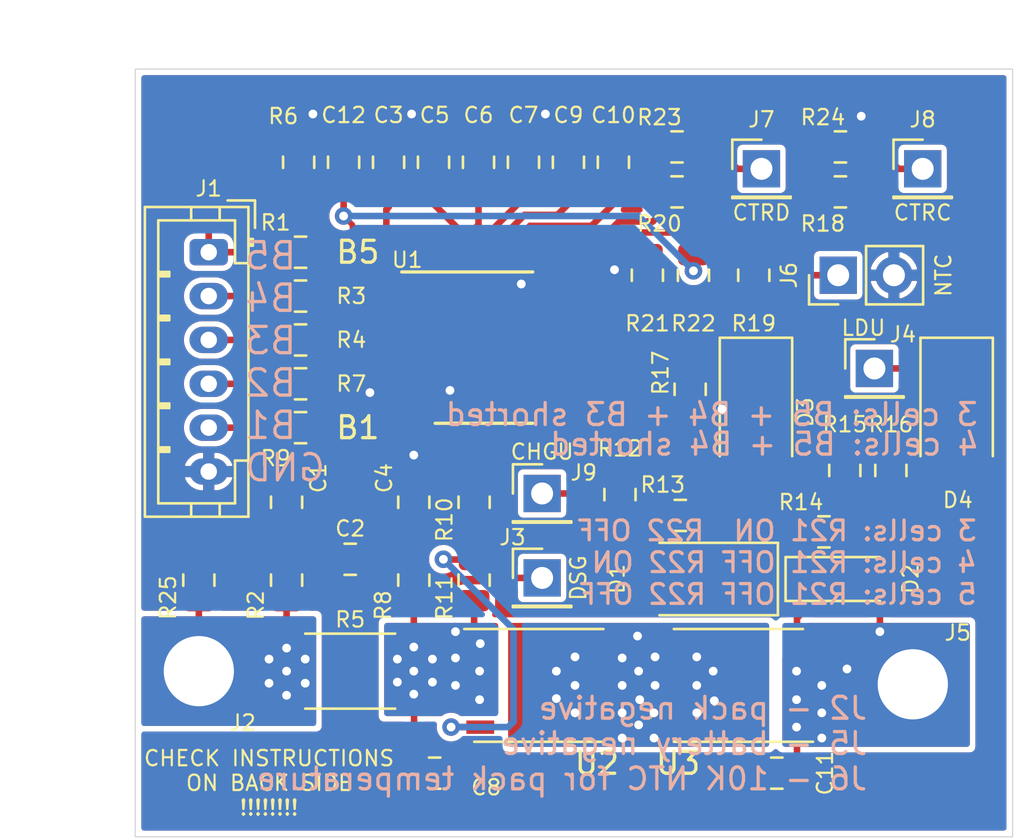
<source format=kicad_pcb>
(kicad_pcb (version 20171130) (host pcbnew 5.1.5+dfsg1-2build2)
  (layers (0 F.Cu signal) (31 B.Cu signal) (36 B.SilkS user) (37 F.SilkS user) (38 B.Mask user) (39 F.Mask user) (44 Edge.Cuts user))
  (net 0 "")
  (net 1 /SRP)
  (net 2 GND)
  (net 3 /SRN)
  (net 4 /VDD)
  (net 5 /VC5)
  (net 6 /VC4)
  (net 7 /VC3)
  (net 8 "Net-(C11-Pad2)")
  (net 9 /VC2)
  (net 10 /VC1)
  (net 11 AVDD)
  (net 12 "Net-(D1-Pad1)")
  (net 13 "Net-(D1-Pad2)")
  (net 14 /LD)
  (net 15 "Net-(D3-Pad2)")
  (net 16 "Net-(D4-Pad2)")
  (net 17 "Net-(D4-Pad1)")
  (net 18 /C5)
  (net 19 /C4)
  (net 20 /C3)
  (net 21 /C2)
  (net 22 /C1)
  (net 23 /DSG)
  (net 24 "Net-(J6-Pad1)")
  (net 25 "Net-(J7-Pad1)")
  (net 26 "Net-(J8-Pad1)")
  (net 27 /CHG)
  (net 28 "Net-(R18-Pad2)")
  (net 29 "Net-(R19-Pad2)")
  (net 30 "Net-(R20-Pad2)")
  (net 31 /CCFG)
  (net 32 /SW_IN)
  (net 33 /B_OUT)
  (net 34 /B_NEG)
  (net 35 /SW_C)
  (net 36 /CHGU)
  (net 37 "Net-(R10-Pad2)")
  (module Package_SO:PowerPAK_SO-8_Single (layer F.Cu) (at 41.7 45.35)
    (fp_text reference U2 (at 2.65 3.55) (layer F.SilkS))
    (fp_text value SIR172ADP-T1-GE3)
    (pad 5 smd rect (at 0.69 0) (size 3.81 3.91) (layers F.Cu F.Paste F.Mask) (net 35 /SW_C))
    (pad 5 smd rect (at 2.795 -1.905) (size 1.02 0.61) (layers F.Cu F.Paste F.Mask) (net 35 /SW_C))
    (pad 5 smd rect (at 2.795 -0.635) (size 1.02 0.61) (layers F.Cu F.Paste F.Mask) (net 35 /SW_C))
    (pad 5 smd rect (at 2.795 0.635) (size 1.02 0.61) (layers F.Cu F.Paste F.Mask) (net 35 /SW_C))
    (pad 5 smd rect (at 2.795 1.905) (size 1.02 0.61) (layers F.Cu F.Paste F.Mask) (net 35 /SW_C))
    (pad 4 smd rect (at -2.67 1.905) (size 1.27 0.61) (layers F.Cu F.Paste F.Mask) (net 37 "Net-(R10-Pad2)"))
    (pad 3 smd rect (at -2.67 0.635) (size 1.27 0.61) (layers F.Cu F.Paste F.Mask) (net 32 /SW_IN))
    (pad 2 smd rect (at -2.67 -0.635) (size 1.27 0.61) (layers F.Cu F.Paste F.Mask) (net 32 /SW_IN))
    (pad 1 smd rect (at -2.67 -1.905) (size 1.27 0.61) (layers F.Cu F.Paste F.Mask) (net 32 /SW_IN))
  )
  (module Package_SO:PowerPAK_SO-8_Single (layer F.Cu) (at 50.8 45.35 180)
    (fp_text reference U3 (at 2.75 -3.55) (layer F.SilkS))
    (fp_text value SIR172ADP-T1-GE3)
    (pad 1 smd rect (at -2.67 -1.905 180) (size 1.27 0.61) (layers F.Cu F.Paste F.Mask) (net 33 /B_OUT))
    (pad 2 smd rect (at -2.67 -0.635 180) (size 1.27 0.61) (layers F.Cu F.Paste F.Mask) (net 33 /B_OUT))
    (pad 3 smd rect (at -2.67 0.635 180) (size 1.27 0.61) (layers F.Cu F.Paste F.Mask) (net 33 /B_OUT))
    (pad 4 smd rect (at -2.67 1.905 180) (size 1.27 0.61) (layers F.Cu F.Paste F.Mask) (net 12 "Net-(D1-Pad1)"))
    (pad 5 smd rect (at 2.795 1.905 180) (size 1.02 0.61) (layers F.Cu F.Paste F.Mask) (net 35 /SW_C))
    (pad 5 smd rect (at 2.795 0.635 180) (size 1.02 0.61) (layers F.Cu F.Paste F.Mask) (net 35 /SW_C))
    (pad 5 smd rect (at 2.795 -0.635 180) (size 1.02 0.61) (layers F.Cu F.Paste F.Mask) (net 35 /SW_C))
    (pad 5 smd rect (at 2.795 -1.905 180) (size 1.02 0.61) (layers F.Cu F.Paste F.Mask) (net 35 /SW_C))
    (pad 5 smd rect (at 0.69 0 180) (size 3.81 3.91) (layers F.Cu F.Paste F.Mask) (net 35 /SW_C))
  )
  (module Diode_SMD:D_SMA (layer F.Cu) (at 51.6 32.9 270)
    (fp_text reference D3 (at 0 -2.25 90) (layer F.SilkS) (effects (font (size 0.7 0.7) (thickness 0.1))))
    (fp_text value S1M-HF)
    (pad 1 smd rect (at -2 0 270) (size 2.5 1.8) (layers F.Cu F.Paste F.Mask) (net 14 /LD))
    (pad 2 smd rect (at 2 0 270) (size 2.5 1.8) (layers F.Cu F.Paste F.Mask) (net 15 "Net-(D3-Pad2)"))
  )
  (module Package_SO:TSSOP-20_4.4x6.5mm_P0.65mm (layer F.Cu) (at 39.2 29.95)
    (fp_text reference U1 (at -3.5 -4) (layer F.SilkS) (effects (font (size 0.7 0.7) (thickness 0.1))))
    (fp_text value BQ7790522PWR)
    (pad 1 smd rect (at -2.95 -2.925) (size 1.45 0.45) (layers F.Cu F.Paste F.Mask) (net 4 /VDD))
    (pad 2 smd rect (at -2.95 -2.275) (size 1.45 0.45) (layers F.Cu F.Paste F.Mask) (net 11 AVDD))
    (pad 3 smd rect (at -2.95 -1.625) (size 1.45 0.45) (layers F.Cu F.Paste F.Mask) (net 5 /VC5))
    (pad 4 smd rect (at -2.95 -0.975) (size 1.45 0.45) (layers F.Cu F.Paste F.Mask) (net 6 /VC4))
    (pad 5 smd rect (at -2.95 -0.325) (size 1.45 0.45) (layers F.Cu F.Paste F.Mask) (net 7 /VC3))
    (pad 6 smd rect (at -2.95 0.325) (size 1.45 0.45) (layers F.Cu F.Paste F.Mask) (net 9 /VC2))
    (pad 7 smd rect (at -2.95 0.975) (size 1.45 0.45) (layers F.Cu F.Paste F.Mask) (net 10 /VC1))
    (pad 8 smd rect (at -2.95 1.625) (size 1.45 0.45) (layers F.Cu F.Paste F.Mask) (net 2 GND))
    (pad 9 smd rect (at -2.95 2.275) (size 1.45 0.45) (layers F.Cu F.Paste F.Mask) (net 1 /SRP))
    (pad 10 smd rect (at -2.95 2.925) (size 1.45 0.45) (layers F.Cu F.Paste F.Mask) (net 3 /SRN))
    (pad 11 smd rect (at 2.95 2.925) (size 1.45 0.45) (layers F.Cu F.Paste F.Mask) (net 23 /DSG))
    (pad 12 smd rect (at 2.95 2.275) (size 1.45 0.45) (layers F.Cu F.Paste F.Mask) (net 36 /CHGU))
    (pad 13 smd rect (at 2.95 1.625) (size 1.45 0.45) (layers F.Cu F.Paste F.Mask) (net 27 /CHG))
    (pad 14 smd rect (at 2.95 0.975) (size 1.45 0.45) (layers F.Cu F.Paste F.Mask) (net 14 /LD))
    (pad 15 smd rect (at 2.95 0.325) (size 1.45 0.45) (layers F.Cu F.Paste F.Mask) (net 24 "Net-(J6-Pad1)"))
    (pad 16 smd rect (at 2.95 -0.325) (size 1.45 0.45) (layers F.Cu F.Paste F.Mask) (net 29 "Net-(R19-Pad2)"))
    (pad 17 smd rect (at 2.95 -0.975) (size 1.45 0.45) (layers F.Cu F.Paste F.Mask) (net 31 /CCFG))
    (pad 18 smd rect (at 2.95 -1.625) (size 1.45 0.45) (layers F.Cu F.Paste F.Mask) (net 28 "Net-(R18-Pad2)"))
    (pad 19 smd rect (at 2.95 -2.275) (size 1.45 0.45) (layers F.Cu F.Paste F.Mask) (net 30 "Net-(R20-Pad2)"))
    (pad 20 smd rect (at 2.95 -2.925) (size 1.45 0.45) (layers F.Cu F.Paste F.Mask) (net 2 GND))
  )
  (module Capacitor_SMD:C_0805_2012Metric (layer F.Cu) (at 30.2 37 270)
    (fp_text reference C1 (at -1.1 -1.45 270) (layer F.SilkS) (effects (font (size 0.7 0.7) (thickness 0.1))))
    (fp_text value 100n)
    (pad 2 smd roundrect (at 0.9375 0 270) (size 0.975 1.4) (layers F.Cu F.Paste F.Mask) (net 1 /SRP))
    (pad 1 smd roundrect (at -0.9375 0 270) (size 0.975 1.4) (layers F.Cu F.Paste F.Mask) (net 2 GND))
  )
  (module Capacitor_SMD:C_0805_2012Metric (layer F.Cu) (at 33.1 39.6 180)
    (fp_text reference C2 (at 0 1.4) (layer F.SilkS) (effects (font (size 0.7 0.7) (thickness 0.1))))
    (fp_text value 100n)
    (pad 1 smd roundrect (at -0.9375 0 180) (size 0.975 1.4) (layers F.Cu F.Paste F.Mask) (net 3 /SRN))
    (pad 2 smd roundrect (at 0.9375 0 180) (size 0.975 1.4) (layers F.Cu F.Paste F.Mask) (net 1 /SRP))
  )
  (module Capacitor_SMD:C_0805_2012Metric (layer F.Cu) (at 34.85 21.5 270)
    (fp_text reference C3 (at -2.15 0 180) (layer F.SilkS) (effects (font (size 0.7 0.7) (thickness 0.1))))
    (fp_text value 1u)
    (pad 2 smd roundrect (at 0.9375 0 270) (size 0.975 1.4) (layers F.Cu F.Paste F.Mask) (net 4 /VDD))
    (pad 1 smd roundrect (at -0.9375 0 270) (size 0.975 1.4) (layers F.Cu F.Paste F.Mask) (net 2 GND))
  )
  (module Capacitor_SMD:C_0805_2012Metric (layer F.Cu) (at 36 37 270)
    (fp_text reference C4 (at -1.1 1.35 90) (layer F.SilkS) (effects (font (size 0.7 0.7) (thickness 0.1))))
    (fp_text value 100n)
    (pad 1 smd roundrect (at -0.9375 0 270) (size 0.975 1.4) (layers F.Cu F.Paste F.Mask) (net 2 GND))
    (pad 2 smd roundrect (at 0.9375 0 270) (size 0.975 1.4) (layers F.Cu F.Paste F.Mask) (net 3 /SRN))
  )
  (module Capacitor_SMD:C_0805_2012Metric (layer F.Cu) (at 36.9 21.5 270)
    (fp_text reference C5 (at -2.15 -0.05 180) (layer F.SilkS) (effects (font (size 0.7 0.7) (thickness 0.1))))
    (fp_text value 100n)
    (pad 2 smd roundrect (at 0.9375 0 270) (size 0.975 1.4) (layers F.Cu F.Paste F.Mask) (net 5 /VC5))
    (pad 1 smd roundrect (at -0.9375 0 270) (size 0.975 1.4) (layers F.Cu F.Paste F.Mask) (net 2 GND))
  )
  (module Capacitor_SMD:C_0805_2012Metric (layer F.Cu) (at 38.95 21.5 270)
    (fp_text reference C6 (at -2.15 0 180) (layer F.SilkS) (effects (font (size 0.7 0.7) (thickness 0.1))))
    (fp_text value 100n)
    (pad 1 smd roundrect (at -0.9375 0 270) (size 0.975 1.4) (layers F.Cu F.Paste F.Mask) (net 2 GND))
    (pad 2 smd roundrect (at 0.9375 0 270) (size 0.975 1.4) (layers F.Cu F.Paste F.Mask) (net 6 /VC4))
  )
  (module Capacitor_SMD:C_0805_2012Metric (layer F.Cu) (at 41 21.5 270)
    (fp_text reference C7 (at -2.15 0 180) (layer F.SilkS) (effects (font (size 0.7 0.7) (thickness 0.1))))
    (fp_text value 100n)
    (pad 2 smd roundrect (at 0.9375 0 270) (size 0.975 1.4) (layers F.Cu F.Paste F.Mask) (net 7 /VC3))
    (pad 1 smd roundrect (at -0.9375 0 270) (size 0.975 1.4) (layers F.Cu F.Paste F.Mask) (net 2 GND))
  )
  (module Capacitor_SMD:C_0805_2012Metric (layer F.Cu) (at 36.95 49.35 180)
    (fp_text reference C8 (at -2.35 -0.65 180) (layer F.SilkS) (effects (font (size 0.7 0.7) (thickness 0.1))))
    (fp_text value 100n)
    (pad 2 smd roundrect (at 0.9375 0 180) (size 0.975 1.4) (layers F.Cu F.Paste F.Mask) (net 32 /SW_IN))
    (pad 1 smd roundrect (at -0.9375 0 180) (size 0.975 1.4) (layers F.Cu F.Paste F.Mask) (net 8 "Net-(C11-Pad2)"))
  )
  (module Capacitor_SMD:C_0805_2012Metric (layer F.Cu) (at 43.05 21.5 270)
    (fp_text reference C9 (at -2.15 0 180) (layer F.SilkS) (effects (font (size 0.7 0.7) (thickness 0.1))))
    (fp_text value 100n)
    (pad 1 smd roundrect (at -0.9375 0 270) (size 0.975 1.4) (layers F.Cu F.Paste F.Mask) (net 2 GND))
    (pad 2 smd roundrect (at 0.9375 0 270) (size 0.975 1.4) (layers F.Cu F.Paste F.Mask) (net 9 /VC2))
  )
  (module Capacitor_SMD:C_0805_2012Metric (layer F.Cu) (at 45.1 21.5 270)
    (fp_text reference C10 (at -2.15 0 180) (layer F.SilkS) (effects (font (size 0.7 0.7) (thickness 0.1))))
    (fp_text value 100n)
    (pad 2 smd roundrect (at 0.9375 0 270) (size 0.975 1.4) (layers F.Cu F.Paste F.Mask) (net 10 /VC1))
    (pad 1 smd roundrect (at -0.9375 0 270) (size 0.975 1.4) (layers F.Cu F.Paste F.Mask) (net 2 GND))
  )
  (module Capacitor_SMD:C_0805_2012Metric (layer F.Cu) (at 52.55 49.35 180)
    (fp_text reference C11 (at -2.2 0 90) (layer F.SilkS) (effects (font (size 0.7 0.7) (thickness 0.1))))
    (fp_text value 100n)
    (pad 1 smd roundrect (at -0.9375 0 180) (size 0.975 1.4) (layers F.Cu F.Paste F.Mask) (net 33 /B_OUT))
    (pad 2 smd roundrect (at 0.9375 0 180) (size 0.975 1.4) (layers F.Cu F.Paste F.Mask) (net 8 "Net-(C11-Pad2)"))
  )
  (module Capacitor_SMD:C_0805_2012Metric (layer F.Cu) (at 32.8 21.5 270)
    (fp_text reference C12 (at -2.15 0 180) (layer F.SilkS) (effects (font (size 0.7 0.7) (thickness 0.1))))
    (fp_text value 1u)
    (pad 1 smd roundrect (at -0.9375 0 270) (size 0.975 1.4) (layers F.Cu F.Paste F.Mask) (net 2 GND))
    (pad 2 smd roundrect (at 0.9375 0 270) (size 0.975 1.4) (layers F.Cu F.Paste F.Mask) (net 11 AVDD))
  )
  (module Diode_SMD:D_MiniMELF (layer F.Cu) (at 55.5 40.5)
    (fp_text reference D2 (at 3.15 0 90) (layer F.SilkS) (effects (font (size 0.7 0.7) (thickness 0.1))))
    (fp_text value ZMM5246B)
    (pad 1 smd rect (at -1.75 0) (size 1.3 1.7) (layers F.Cu F.Paste F.Mask) (net 12 "Net-(D1-Pad1)"))
    (pad 2 smd rect (at 1.75 0) (size 1.3 1.7) (layers F.Cu F.Paste F.Mask) (net 33 /B_OUT))
  )
  (module Diode_SMD:D_SMA (layer F.Cu) (at 60.75 32.9 270)
    (fp_text reference D4 (at 4 -0.05 180) (layer F.SilkS) (effects (font (size 0.7 0.7) (thickness 0.1))))
    (fp_text value S1M-HF)
    (pad 2 smd rect (at 2 0 270) (size 2.5 1.8) (layers F.Cu F.Paste F.Mask) (net 16 "Net-(D4-Pad2)"))
    (pad 1 smd rect (at -2 0 270) (size 2.5 1.8) (layers F.Cu F.Paste F.Mask) (net 17 "Net-(D4-Pad1)"))
  )
  (module Connector_JST:JST_PH_B6B-PH-K_1x06_P2.00mm_Vertical (layer F.Cu) (at 26.65 25.6 270)
    (fp_text reference J1 (at -2.9 0 180) (layer F.SilkS) (effects (font (size 0.7 0.7) (thickness 0.1))))
    (fp_text value BAT)
    (pad 1 thru_hole roundrect (at 0 0 270) (size 1.2 1.75) (drill 0.75) (layers *.Cu *.Mask) (roundrect_rratio 0.208333) (net 18 /C5))
    (pad 2 thru_hole oval (at 2 0 270) (size 1.2 1.75) (drill 0.75) (layers *.Cu *.Mask) (net 19 /C4))
    (pad 3 thru_hole oval (at 4 0 270) (size 1.2 1.75) (drill 0.75) (layers *.Cu *.Mask) (net 20 /C3))
    (pad 4 thru_hole oval (at 6 0 270) (size 1.2 1.75) (drill 0.75) (layers *.Cu *.Mask) (net 21 /C2))
    (pad 5 thru_hole oval (at 8 0 270) (size 1.2 1.75) (drill 0.75) (layers *.Cu *.Mask) (net 22 /C1))
    (pad 6 thru_hole oval (at 10 0 270) (size 1.2 1.75) (drill 0.75) (layers *.Cu *.Mask) (net 2 GND))
  )
  (module Connector_PinHeader_2.54mm:PinHeader_1x01_P2.54mm_Vertical (layer F.Cu) (at 41.85 40.45)
    (fp_text reference J3 (at -1.35 -1.85) (layer F.SilkS) (effects (font (size 0.7 0.7) (thickness 0.1))))
    (fp_text value DSG)
    (pad 1 thru_hole rect (at 0 0) (size 1.7 1.7) (drill 1) (layers *.Cu *.Mask) (net 23 /DSG))
  )
  (module Connector_PinHeader_2.54mm:PinHeader_1x01_P2.54mm_Vertical (layer F.Cu) (at 57 30.9)
    (fp_text reference J4 (at 1.3 -1.55) (layer F.SilkS) (effects (font (size 0.7 0.7) (thickness 0.1))))
    (fp_text value LDU)
    (pad 1 thru_hole rect (at 0 0) (size 1.7 1.7) (drill 1) (layers *.Cu *.Mask) (net 17 "Net-(D4-Pad1)"))
  )
  (module Connector_PinHeader_2.54mm:PinHeader_1x02_P2.54mm_Vertical (layer F.Cu) (at 55.35 26.65 90)
    (fp_text reference J6 (at 0 -2.25 90) (layer F.SilkS) (effects (font (size 0.7 0.7) (thickness 0.1))))
    (fp_text value TS)
    (pad 1 thru_hole rect (at 0 0 90) (size 1.7 1.7) (drill 1) (layers *.Cu *.Mask) (net 24 "Net-(J6-Pad1)"))
    (pad 2 thru_hole oval (at 0 2.54 90) (size 1.7 1.7) (drill 1) (layers *.Cu *.Mask) (net 2 GND))
  )
  (module Connector_PinHeader_2.54mm:PinHeader_1x01_P2.54mm_Vertical (layer F.Cu) (at 51.85 21.8)
    (fp_text reference J7 (at 0 -2.25) (layer F.SilkS) (effects (font (size 0.7 0.7) (thickness 0.1))))
    (fp_text value CTRD)
    (pad 1 thru_hole rect (at 0 0) (size 1.7 1.7) (drill 1) (layers *.Cu *.Mask) (net 25 "Net-(J7-Pad1)"))
  )
  (module Connector_PinHeader_2.54mm:PinHeader_1x01_P2.54mm_Vertical (layer F.Cu) (at 59.2 21.8)
    (fp_text reference J8 (at 0 -2.25) (layer F.SilkS) (effects (font (size 0.7 0.7) (thickness 0.1))))
    (fp_text value CTRC)
    (pad 1 thru_hole rect (at 0 0) (size 1.7 1.7) (drill 1) (layers *.Cu *.Mask) (net 26 "Net-(J8-Pad1)"))
  )
  (module Connector_PinHeader_2.54mm:PinHeader_1x01_P2.54mm_Vertical (layer F.Cu) (at 41.85 36.6)
    (fp_text reference J9 (at 1.9 -0.95) (layer F.SilkS) (effects (font (size 0.7 0.7) (thickness 0.1))))
    (fp_text value CHGU)
    (pad 1 thru_hole rect (at 0 0) (size 1.7 1.7) (drill 1) (layers *.Cu *.Mask) (net 36 /CHGU))
  )
  (module Resistor_SMD:R_0805_2012Metric (layer F.Cu) (at 30.8375 25.6 180)
    (fp_text reference R1 (at 1.1375 1.35) (layer F.SilkS) (effects (font (size 0.7 0.7) (thickness 0.1))))
    (fp_text value 1k)
    (pad 2 smd roundrect (at 0.9375 0 180) (size 0.975 1.4) (layers F.Cu F.Paste F.Mask) (net 18 /C5))
    (pad 1 smd roundrect (at -0.9375 0 180) (size 0.975 1.4) (layers F.Cu F.Paste F.Mask) (net 5 /VC5))
  )
  (module Resistor_SMD:R_0805_2012Metric (layer F.Cu) (at 30.2 40.55 90)
    (fp_text reference R2 (at -1.15 -1.4 90) (layer F.SilkS) (effects (font (size 0.7 0.7) (thickness 0.1))))
    (fp_text value 100)
    (pad 1 smd roundrect (at -0.9375 0 90) (size 0.975 1.4) (layers F.Cu F.Paste F.Mask) (net 34 /B_NEG))
    (pad 2 smd roundrect (at 0.9375 0 90) (size 0.975 1.4) (layers F.Cu F.Paste F.Mask) (net 1 /SRP))
  )
  (module Resistor_SMD:R_0805_2012Metric (layer F.Cu) (at 30.8375 27.6 180)
    (fp_text reference R3 (at -2.3125 0) (layer F.SilkS) (effects (font (size 0.7 0.7) (thickness 0.1))))
    (fp_text value 1k)
    (pad 2 smd roundrect (at 0.9375 0 180) (size 0.975 1.4) (layers F.Cu F.Paste F.Mask) (net 19 /C4))
    (pad 1 smd roundrect (at -0.9375 0 180) (size 0.975 1.4) (layers F.Cu F.Paste F.Mask) (net 6 /VC4))
  )
  (module Resistor_SMD:R_0805_2012Metric (layer F.Cu) (at 30.8375 29.6 180)
    (fp_text reference R4 (at -2.3125 0) (layer F.SilkS) (effects (font (size 0.7 0.7) (thickness 0.1))))
    (fp_text value 1k)
    (pad 1 smd roundrect (at -0.9375 0 180) (size 0.975 1.4) (layers F.Cu F.Paste F.Mask) (net 7 /VC3))
    (pad 2 smd roundrect (at 0.9375 0 180) (size 0.975 1.4) (layers F.Cu F.Paste F.Mask) (net 20 /C3))
  )
  (module Resistor_SMD:R_0805_2012Metric (layer F.Cu) (at 30.75 21.5 90)
    (fp_text reference R6 (at 2.1 -0.7 180) (layer F.SilkS) (effects (font (size 0.7 0.7) (thickness 0.1))))
    (fp_text value 1k)
    (pad 1 smd roundrect (at -0.9375 0 90) (size 0.975 1.4) (layers F.Cu F.Paste F.Mask) (net 4 /VDD))
    (pad 2 smd roundrect (at 0.9375 0 90) (size 0.975 1.4) (layers F.Cu F.Paste F.Mask) (net 18 /C5))
  )
  (module Resistor_SMD:R_0805_2012Metric (layer F.Cu) (at 30.8375 31.6 180)
    (fp_text reference R7 (at -2.3125 0) (layer F.SilkS) (effects (font (size 0.7 0.7) (thickness 0.1))))
    (fp_text value 1k)
    (pad 2 smd roundrect (at 0.9375 0 180) (size 0.975 1.4) (layers F.Cu F.Paste F.Mask) (net 21 /C2))
    (pad 1 smd roundrect (at -0.9375 0 180) (size 0.975 1.4) (layers F.Cu F.Paste F.Mask) (net 9 /VC2))
  )
  (module Resistor_SMD:R_0805_2012Metric (layer F.Cu) (at 36 40.55 90)
    (fp_text reference R8 (at -1.15 -1.4 90) (layer F.SilkS) (effects (font (size 0.7 0.7) (thickness 0.1))))
    (fp_text value 100)
    (pad 1 smd roundrect (at -0.9375 0 90) (size 0.975 1.4) (layers F.Cu F.Paste F.Mask) (net 32 /SW_IN))
    (pad 2 smd roundrect (at 0.9375 0 90) (size 0.975 1.4) (layers F.Cu F.Paste F.Mask) (net 3 /SRN))
  )
  (module Resistor_SMD:R_0805_2012Metric (layer F.Cu) (at 30.8375 33.6 180)
    (fp_text reference R9 (at 1.1375 -1.4) (layer F.SilkS) (effects (font (size 0.7 0.7) (thickness 0.1))))
    (fp_text value 1k)
    (pad 1 smd roundrect (at -0.9375 0 180) (size 0.975 1.4) (layers F.Cu F.Paste F.Mask) (net 10 /VC1))
    (pad 2 smd roundrect (at 0.9375 0 180) (size 0.975 1.4) (layers F.Cu F.Paste F.Mask) (net 22 /C1))
  )
  (module Resistor_SMD:R_0805_2012Metric (layer F.Cu) (at 38.75 37 270)
    (fp_text reference R10 (at 0.8 1.35 270) (layer F.SilkS) (effects (font (size 0.7 0.7) (thickness 0.1))))
    (fp_text value 4.7k)
    (pad 2 smd roundrect (at 0.9375 0 270) (size 0.975 1.4) (layers F.Cu F.Paste F.Mask) (net 37 "Net-(R10-Pad2)"))
    (pad 1 smd roundrect (at -0.9375 0 270) (size 0.975 1.4) (layers F.Cu F.Paste F.Mask) (net 23 /DSG))
  )
  (module Resistor_SMD:R_0805_2012Metric (layer F.Cu) (at 38.75 40.55 270)
    (fp_text reference R11 (at 0.8 1.35 90) (layer F.SilkS) (effects (font (size 0.7 0.7) (thickness 0.1))))
    (fp_text value 10M)
    (pad 2 smd roundrect (at 0.9375 0 270) (size 0.975 1.4) (layers F.Cu F.Paste F.Mask) (net 32 /SW_IN))
    (pad 1 smd roundrect (at -0.9375 0 270) (size 0.975 1.4) (layers F.Cu F.Paste F.Mask) (net 37 "Net-(R10-Pad2)"))
  )
  (module Resistor_SMD:R_0805_2012Metric (layer F.Cu) (at 45.4 36.65 270)
    (fp_text reference R12 (at -2.1 0 180) (layer F.SilkS) (effects (font (size 0.7 0.7) (thickness 0.1))))
    (fp_text value 4.7k)
    (pad 1 smd roundrect (at -0.9375 0 270) (size 0.975 1.4) (layers F.Cu F.Paste F.Mask) (net 27 /CHG))
    (pad 2 smd roundrect (at 0.9375 0 270) (size 0.975 1.4) (layers F.Cu F.Paste F.Mask) (net 13 "Net-(D1-Pad2)"))
  )
  (module Resistor_SMD:R_0805_2012Metric (layer F.Cu) (at 48.15 37.6)
    (fp_text reference R13 (at -0.8 -1.4) (layer F.SilkS) (effects (font (size 0.7 0.7) (thickness 0.1))))
    (fp_text value 1M)
    (pad 1 smd roundrect (at -0.9375 0) (size 0.975 1.4) (layers F.Cu F.Paste F.Mask) (net 13 "Net-(D1-Pad2)"))
    (pad 2 smd roundrect (at 0.9375 0) (size 0.975 1.4) (layers F.Cu F.Paste F.Mask) (net 12 "Net-(D1-Pad1)"))
  )
  (module Resistor_SMD:R_0805_2012Metric (layer F.Cu) (at 54.7 38.35)
    (fp_text reference R14 (at -1.05 -1.35) (layer F.SilkS) (effects (font (size 0.7 0.7) (thickness 0.1))))
    (fp_text value 3M)
    (pad 1 smd roundrect (at -0.9375 0) (size 0.975 1.4) (layers F.Cu F.Paste F.Mask) (net 12 "Net-(D1-Pad1)"))
    (pad 2 smd roundrect (at 0.9375 0) (size 0.975 1.4) (layers F.Cu F.Paste F.Mask) (net 33 /B_OUT))
  )
  (module Resistor_SMD:R_0805_2012Metric (layer F.Cu) (at 55.65 35.55 270)
    (fp_text reference R15 (at -2.1 0 180) (layer F.SilkS) (effects (font (size 0.7 0.7) (thickness 0.1))))
    (fp_text value 470k)
    (pad 1 smd roundrect (at -0.9375 0 270) (size 0.975 1.4) (layers F.Cu F.Paste F.Mask) (net 15 "Net-(D3-Pad2)"))
    (pad 2 smd roundrect (at 0.9375 0 270) (size 0.975 1.4) (layers F.Cu F.Paste F.Mask) (net 33 /B_OUT))
  )
  (module Resistor_SMD:R_0805_2012Metric (layer F.Cu) (at 57.75 35.55 270)
    (fp_text reference R16 (at -2.1 0 180) (layer F.SilkS) (effects (font (size 0.7 0.7) (thickness 0.1))))
    (fp_text value 470k)
    (pad 2 smd roundrect (at 0.9375 0 270) (size 0.975 1.4) (layers F.Cu F.Paste F.Mask) (net 33 /B_OUT))
    (pad 1 smd roundrect (at -0.9375 0 270) (size 0.975 1.4) (layers F.Cu F.Paste F.Mask) (net 16 "Net-(D4-Pad2)"))
  )
  (module Resistor_SMD:R_0805_2012Metric (layer F.Cu) (at 48.6 31.85 90)
    (fp_text reference R17 (at 0.75 -1.35 90) (layer F.SilkS) (effects (font (size 0.7 0.7) (thickness 0.1))))
    (fp_text value DNP)
    (pad 2 smd roundrect (at 0.9375 0 90) (size 0.975 1.4) (layers F.Cu F.Paste F.Mask) (net 14 /LD))
    (pad 1 smd roundrect (at -0.9375 0 90) (size 0.975 1.4) (layers F.Cu F.Paste F.Mask) (net 2 GND))
  )
  (module Resistor_SMD:R_0805_2012Metric (layer F.Cu) (at 55.45 22.85 180)
    (fp_text reference R18 (at 0.8 -1.45) (layer F.SilkS) (effects (font (size 0.7 0.7) (thickness 0.1))))
    (fp_text value 10Meg)
    (pad 1 smd roundrect (at -0.9375 0 180) (size 0.975 1.4) (layers F.Cu F.Paste F.Mask) (net 26 "Net-(J8-Pad1)"))
    (pad 2 smd roundrect (at 0.9375 0 180) (size 0.975 1.4) (layers F.Cu F.Paste F.Mask) (net 28 "Net-(R18-Pad2)"))
  )
  (module Resistor_SMD:R_0805_2012Metric (layer F.Cu) (at 51.5 26.65 90)
    (fp_text reference R19 (at -2.2 0 180) (layer F.SilkS) (effects (font (size 0.7 0.7) (thickness 0.1))))
    (fp_text value 10k)
    (pad 2 smd roundrect (at 0.9375 0 90) (size 0.975 1.4) (layers F.Cu F.Paste F.Mask) (net 29 "Net-(R19-Pad2)"))
    (pad 1 smd roundrect (at -0.9375 0 90) (size 0.975 1.4) (layers F.Cu F.Paste F.Mask) (net 24 "Net-(J6-Pad1)"))
  )
  (module Resistor_SMD:R_0805_2012Metric (layer F.Cu) (at 48 22.85 180)
    (fp_text reference R20 (at 0.8 -1.45) (layer F.SilkS) (effects (font (size 0.7 0.7) (thickness 0.1))))
    (fp_text value 10Meg)
    (pad 2 smd roundrect (at 0.9375 0 180) (size 0.975 1.4) (layers F.Cu F.Paste F.Mask) (net 30 "Net-(R20-Pad2)"))
    (pad 1 smd roundrect (at -0.9375 0 180) (size 0.975 1.4) (layers F.Cu F.Paste F.Mask) (net 25 "Net-(J7-Pad1)"))
  )
  (module Resistor_SMD:R_0805_2012Metric (layer F.Cu) (at 46.65 26.65 90)
    (fp_text reference R21 (at -2.2 0 180) (layer F.SilkS) (effects (font (size 0.7 0.7) (thickness 0.1))))
    (fp_text value 1k)
    (pad 1 smd roundrect (at -0.9375 0 90) (size 0.975 1.4) (layers F.Cu F.Paste F.Mask) (net 31 /CCFG))
    (pad 2 smd roundrect (at 0.9375 0 90) (size 0.975 1.4) (layers F.Cu F.Paste F.Mask) (net 2 GND))
  )
  (module Resistor_SMD:R_0805_2012Metric (layer F.Cu) (at 48.75 26.65 90)
    (fp_text reference R22 (at -2.2 0 180) (layer F.SilkS) (effects (font (size 0.7 0.7) (thickness 0.1))))
    (fp_text value 1k)
    (pad 2 smd roundrect (at 0.9375 0 90) (size 0.975 1.4) (layers F.Cu F.Paste F.Mask) (net 11 AVDD))
    (pad 1 smd roundrect (at -0.9375 0 90) (size 0.975 1.4) (layers F.Cu F.Paste F.Mask) (net 31 /CCFG))
  )
  (module Resistor_SMD:R_0805_2012Metric (layer F.Cu) (at 48 20.8)
    (fp_text reference R23 (at -0.8 -1.35) (layer F.SilkS) (effects (font (size 0.7 0.7) (thickness 0.1))))
    (fp_text value 1k)
    (pad 1 smd roundrect (at -0.9375 0) (size 0.975 1.4) (layers F.Cu F.Paste F.Mask) (net 2 GND))
    (pad 2 smd roundrect (at 0.9375 0) (size 0.975 1.4) (layers F.Cu F.Paste F.Mask) (net 25 "Net-(J7-Pad1)"))
  )
  (module Resistor_SMD:R_0805_2012Metric (layer F.Cu) (at 55.45 20.8)
    (fp_text reference R24 (at -0.8 -1.35) (layer F.SilkS) (effects (font (size 0.7 0.7) (thickness 0.1))))
    (fp_text value 1k)
    (pad 2 smd roundrect (at 0.9375 0) (size 0.975 1.4) (layers F.Cu F.Paste F.Mask) (net 26 "Net-(J8-Pad1)"))
    (pad 1 smd roundrect (at -0.9375 0) (size 0.975 1.4) (layers F.Cu F.Paste F.Mask) (net 2 GND))
  )
  (module Diode_SMD:D_SMA (layer F.Cu) (at 49.2 40.5 180)
    (fp_text reference D1 (at 3.95 0 90) (layer F.SilkS) (effects (font (size 0.7 0.7) (thickness 0.1))))
    (fp_text value S1M-HF)
    (pad 1 smd rect (at -2 0 180) (size 2.5 1.8) (layers F.Cu F.Paste F.Mask) (net 12 "Net-(D1-Pad1)"))
    (pad 2 smd rect (at 2 0 180) (size 2.5 1.8) (layers F.Cu F.Paste F.Mask) (net 13 "Net-(D1-Pad2)"))
  )
  (module Resistor_SMD:R_2512_6332Metric (layer F.Cu) (at 33.1 44.7 180)
    (fp_text reference R5 (at 0 2.35) (layer F.SilkS) (effects (font (size 0.7 0.7) (thickness 0.1))))
    (fp_text value KRL3264E-C-R008-G-T1)
    (pad 1 smd roundrect (at -2.9 0 180) (size 1.35 3.35) (layers F.Cu F.Paste F.Mask) (roundrect_rratio 0.185185) (net 32 /SW_IN))
    (pad 2 smd roundrect (at 2.9 0 180) (size 1.35 3.35) (layers F.Cu F.Paste F.Mask) (roundrect_rratio 0.185185) (net 34 /B_NEG))
  )
  (module Resistor_SMD:R_0805_2012Metric (layer F.Cu) (at 26.2 40.55 270)
    (fp_text reference R25 (at 0.8 1.4 90) (layer F.SilkS) (effects (font (size 0.7 0.7) (thickness 0.1))))
    (fp_text value 100)
    (pad 1 smd roundrect (at -0.9375 0 270) (size 0.975 1.4) (layers F.Cu F.Paste F.Mask) (net 2 GND))
    (pad 2 smd roundrect (at 0.9375 0 270) (size 0.975 1.4) (layers F.Cu F.Paste F.Mask) (net 34 /B_NEG))
  )
  (module BQ7790522PWR:PTH_M3 (layer F.Cu) (at 26.2 44.7)
    (fp_text reference J2 (at 2 2.35) (layer F.SilkS) (effects (font (size 0.7 0.7) (thickness 0.1))))
    (fp_text value BAT_NEG)
    (pad 1 thru_hole circle (at 0 0) (size 4 4) (drill 3.2) (layers *.Cu *.Mask) (net 34 /B_NEG))
  )
  (module BQ7790522PWR:PTH_M3 (layer F.Cu) (at 58.75 45.3)
    (fp_text reference J5 (at 2.05 -2.35) (layer F.SilkS) (effects (font (size 0.7 0.7) (thickness 0.1))))
    (fp_text value LOAD_NEG)
    (pad 1 thru_hole circle (at 0 0) (size 4 4) (drill 3.2) (layers *.Cu *.Mask) (net 33 /B_OUT))
  )
  (gr_text NTC (at 60.15 26.65 90) (layer F.SilkS) (effects (font (size 0.7 0.7) (thickness 0.1))))
  (gr_text "3 cells: B5 + B4 + B3 shorted" (at 61.8 33) (layer B.SilkS) (effects (font (size 1 1)) (justify left mirror)))
  (gr_text "4 cells: B5 + B4 shorted" (at 61.85 34.35) (layer B.SilkS) (effects (font (size 1 1)) (justify left mirror)))
  (gr_text LDU (at 56.5 29.05) (layer F.SilkS) (effects (font (size 0.7 0.7) (thickness 0.1))))
  (gr_text DSG (at 43.5 40.45 90) (layer F.SilkS) (effects (font (size 0.7 0.7) (thickness 0.1))))
  (gr_text CHGU (at 41.85 34.7) (layer F.SilkS) (effects (font (size 0.7 0.7) (thickness 0.1))))
  (gr_text CTRC (at 59.2 23.8) (layer F.SilkS) (effects (font (size 0.7 0.7) (thickness 0.1))))
  (gr_text CTRD (at 51.85 23.8) (layer F.SilkS) (effects (font (size 0.7 0.7) (thickness 0.1))))
  (gr_text B5 (at 33.45 25.6) (layer F.SilkS) (effects (font (size 1 1))))
  (gr_text B1 (at 33.45 33.6) (layer F.SilkS) (effects (font (size 1 1))))
  (gr_text "B5\nB4\nB3\nB2\nB1\nGND" (at 28.2 30.6) (layer B.SilkS) (effects (font (size 1.2 1.2)) (justify right mirror)))
  (gr_text "3 cells: R21 ON  R22 OFF \n4 cells: R21 OFF R22 ON\n5 cells: R21 OFF R22 OFF" (at 61.75 39.75) (layer B.SilkS) (effects (font (size 0.9 0.9)) (justify left mirror)))
  (gr_text "J2 - pack negative\nJ5 - battery negative \nJ6 - 10K NTC for pack temperature" (at 56.75 48) (layer B.SilkS) (effects (font (size 1 1)) (justify left mirror)))
  (gr_text "CHECK INSTRUCTIONS\nON BACK SIDE\n!!!!!!!!" (at 29.4 49.8) (layer F.SilkS) (effects (font (size 0.7 0.7) (thickness 0.1))))
  (gr_line (start 63.3 17.25) (end 63.3 52.25) (layer Edge.Cuts) (width 0.05))
  (gr_line (start 63.3 52.25) (end 23.3 52.25) (layer Edge.Cuts) (width 0.05))
  (gr_line (start 23.3 17.25) (end 63.3 17.25) (layer Edge.Cuts) (width 0.05))
  (gr_line (start 23.3 52.25) (end 23.3 17.25) (layer Edge.Cuts) (width 0.05))
  (segment (start 30.2125 39.6) (end 30.2 39.6125) (width 0.3) (layer F.Cu) (net 1))
  (segment (start 32.1625 39.6) (end 30.2125 39.6) (width 0.3) (layer F.Cu) (net 1))
  (segment (start 30.2 37.9375) (end 30.2 39.6125) (width 0.3) (layer F.Cu) (net 1))
  (segment (start 33.5 33.85) (end 33.5 36.85) (width 0.3) (layer F.Cu) (net 1))
  (segment (start 32.1625 38.1875) (end 32.1625 39.6) (width 0.3) (layer F.Cu) (net 1))
  (segment (start 35.125 32.225) (end 33.5 33.85) (width 0.3) (layer F.Cu) (net 1))
  (segment (start 33.5 36.85) (end 32.1625 38.1875) (width 0.3) (layer F.Cu) (net 1))
  (segment (start 36.25 32.225) (end 35.125 32.225) (width 0.3) (layer F.Cu) (net 1))
  (via (at 37.65 31.9) (size 0.8) (drill 0.4) (layers F.Cu B.Cu) (net 2))
  (via (at 40.9 27.05) (size 0.8) (drill 0.4) (layers F.Cu B.Cu) (net 2))
  (via (at 45.15 26.4) (size 0.8) (drill 0.4) (layers F.Cu B.Cu) (net 2))
  (via (at 31.4 19.3) (size 0.8) (drill 0.4) (layers F.Cu B.Cu) (net 2))
  (via (at 35.9 19.3) (size 0.8) (drill 0.4) (layers F.Cu B.Cu) (net 2))
  (via (at 42 19.3) (size 0.8) (drill 0.4) (layers F.Cu B.Cu) (net 2))
  (via (at 56.4 19.4) (size 0.8) (drill 0.4) (layers F.Cu B.Cu) (net 2))
  (via (at 36 34.85) (size 0.8) (drill 0.4) (layers F.Cu B.Cu) (net 2))
  (via (at 50.05 32.75) (size 0.8) (drill 0.4) (layers F.Cu B.Cu) (net 2))
  (via (at 34 32) (size 0.8) (drill 0.4) (layers F.Cu B.Cu) (net 2))
  (segment (start 35.9875 39.6) (end 36 39.6125) (width 0.3) (layer F.Cu) (net 3))
  (segment (start 34.0375 39.6) (end 35.9875 39.6) (width 0.3) (layer F.Cu) (net 3))
  (segment (start 36 37.9375) (end 36 39.6125) (width 0.3) (layer F.Cu) (net 3))
  (segment (start 34.0375 39.6) (end 34.0375 34.0625) (width 0.3) (layer F.Cu) (net 3))
  (segment (start 35.225 32.875) (end 36.25 32.875) (width 0.3) (layer F.Cu) (net 3))
  (segment (start 34.0375 34.0625) (end 35.225 32.875) (width 0.3) (layer F.Cu) (net 3))
  (segment (start 36.25 27.025) (end 35.075 27.025) (width 0.3) (layer F.Cu) (net 4))
  (segment (start 35.075 27.025) (end 34.75 26.7) (width 0.3) (layer F.Cu) (net 4))
  (segment (start 34.75 26.7) (end 34.75 23.65) (width 0.3) (layer F.Cu) (net 4))
  (segment (start 34.85 23.55) (end 34.85 22.4375) (width 0.3) (layer F.Cu) (net 4))
  (segment (start 34.75 23.65) (end 34.85 23.55) (width 0.3) (layer F.Cu) (net 4))
  (segment (start 30.75 22.4375) (end 30.75 21.7) (width 0.3) (layer F.Cu) (net 4))
  (segment (start 30.75 21.7) (end 30.95 21.5) (width 0.3) (layer F.Cu) (net 4))
  (segment (start 30.95 21.5) (end 34.65 21.5) (width 0.3) (layer F.Cu) (net 4))
  (segment (start 34.85 21.7) (end 34.85 22.4375) (width 0.3) (layer F.Cu) (net 4))
  (segment (start 34.65 21.5) (end 34.85 21.7) (width 0.3) (layer F.Cu) (net 4))
  (segment (start 36.25 28.325) (end 33.925 28.325) (width 0.25) (layer F.Cu) (net 5))
  (segment (start 33.925 28.325) (end 32.75 27.15) (width 0.25) (layer F.Cu) (net 5))
  (segment (start 32.75 27.15) (end 32.75 25.85) (width 0.25) (layer F.Cu) (net 5))
  (segment (start 32.5 25.6) (end 31.775 25.6) (width 0.25) (layer F.Cu) (net 5))
  (segment (start 32.75 25.85) (end 32.5 25.6) (width 0.25) (layer F.Cu) (net 5))
  (segment (start 36.25 28.325) (end 37.475 28.325) (width 0.3) (layer F.Cu) (net 5))
  (segment (start 37.475 28.325) (end 37.95 27.85) (width 0.3) (layer F.Cu) (net 5))
  (segment (start 37.95 24.45) (end 36.9 23.4) (width 0.3) (layer F.Cu) (net 5))
  (segment (start 37.95 27.85) (end 37.95 24.45) (width 0.3) (layer F.Cu) (net 5))
  (segment (start 36.9 23.4) (end 36.9 22.4375) (width 0.3) (layer F.Cu) (net 5))
  (segment (start 36.25 28.975) (end 33.875 28.975) (width 0.25) (layer F.Cu) (net 6))
  (segment (start 32.5 27.6) (end 31.775 27.6) (width 0.25) (layer F.Cu) (net 6))
  (segment (start 33.875 28.975) (end 32.5 27.6) (width 0.25) (layer F.Cu) (net 6))
  (segment (start 36.25 28.975) (end 37.975 28.975) (width 0.3) (layer F.Cu) (net 6))
  (segment (start 37.975 28.975) (end 38.5 28.45) (width 0.3) (layer F.Cu) (net 6))
  (segment (start 38.5 28.45) (end 38.5 24.8) (width 0.3) (layer F.Cu) (net 6))
  (segment (start 38.95 24.35) (end 38.95 22.4375) (width 0.3) (layer F.Cu) (net 6))
  (segment (start 38.5 24.8) (end 38.95 24.35) (width 0.3) (layer F.Cu) (net 6))
  (segment (start 31.775 29.6) (end 34 29.6) (width 0.3) (layer F.Cu) (net 7))
  (segment (start 34.025 29.625) (end 36.25 29.625) (width 0.3) (layer F.Cu) (net 7))
  (segment (start 34 29.6) (end 34.025 29.625) (width 0.3) (layer F.Cu) (net 7))
  (segment (start 36.25 29.625) (end 38.375 29.625) (width 0.3) (layer F.Cu) (net 7))
  (segment (start 38.375 29.625) (end 39.05 28.95) (width 0.3) (layer F.Cu) (net 7))
  (segment (start 39.05 28.95) (end 39.05 25.1) (width 0.3) (layer F.Cu) (net 7))
  (segment (start 41 23.15) (end 41 22.4375) (width 0.3) (layer F.Cu) (net 7))
  (segment (start 39.05 25.1) (end 41 23.15) (width 0.3) (layer F.Cu) (net 7))
  (segment (start 51.6125 49.35) (end 37.8875 49.35) (width 0.3) (layer F.Cu) (net 8))
  (segment (start 43.05 23.4) (end 43.05 22.4375) (width 0.3) (layer F.Cu) (net 9))
  (segment (start 42.55 23.9) (end 43.05 23.4) (width 0.3) (layer F.Cu) (net 9))
  (segment (start 36.25 30.275) (end 33.825 30.275) (width 0.25) (layer F.Cu) (net 9))
  (segment (start 32.5 31.6) (end 31.775 31.6) (width 0.25) (layer F.Cu) (net 9))
  (segment (start 33.825 30.275) (end 32.5 31.6) (width 0.25) (layer F.Cu) (net 9))
  (segment (start 36.25 30.275) (end 39.125 30.275) (width 0.3) (layer F.Cu) (net 9))
  (segment (start 39.125 30.275) (end 39.6 29.8) (width 0.3) (layer F.Cu) (net 9))
  (segment (start 39.6 25.35) (end 41.05 23.9) (width 0.3) (layer F.Cu) (net 9))
  (segment (start 39.6 29.8) (end 39.6 25.35) (width 0.3) (layer F.Cu) (net 9))
  (segment (start 41.05 23.9) (end 42.55 23.9) (width 0.3) (layer F.Cu) (net 9))
  (segment (start 45.1 23.4) (end 45.1 22.4375) (width 0.3) (layer F.Cu) (net 10))
  (segment (start 44.1 24.4) (end 45.1 23.4) (width 0.3) (layer F.Cu) (net 10))
  (segment (start 36.25 30.925) (end 33.825 30.925) (width 0.25) (layer F.Cu) (net 10))
  (segment (start 33.825 30.925) (end 32.6 32.15) (width 0.25) (layer F.Cu) (net 10))
  (segment (start 32.6 32.15) (end 32.6 33.45) (width 0.25) (layer F.Cu) (net 10))
  (segment (start 32.45 33.6) (end 31.775 33.6) (width 0.25) (layer F.Cu) (net 10))
  (segment (start 32.6 33.45) (end 32.45 33.6) (width 0.25) (layer F.Cu) (net 10))
  (segment (start 36.25 30.925) (end 39.475 30.925) (width 0.3) (layer F.Cu) (net 10))
  (segment (start 39.475 30.925) (end 40.15 30.25) (width 0.3) (layer F.Cu) (net 10))
  (segment (start 40.15 25.55) (end 41.3 24.4) (width 0.3) (layer F.Cu) (net 10))
  (segment (start 40.15 30.25) (end 40.15 25.55) (width 0.3) (layer F.Cu) (net 10))
  (segment (start 41.3 24.4) (end 44.1 24.4) (width 0.3) (layer F.Cu) (net 10))
  (segment (start 32.8 23.95) (end 32.8 22.4375) (width 0.3) (layer F.Cu) (net 11))
  (via (at 48.75 26.45) (size 0.8) (drill 0.4) (layers F.Cu B.Cu) (net 11))
  (segment (start 48.75 25.7125) (end 48.75 26.45) (width 0.3) (layer F.Cu) (net 11))
  (via (at 32.8 23.95) (size 0.8) (drill 0.4) (layers F.Cu B.Cu) (net 11))
  (segment (start 46.25 23.95) (end 48.75 26.45) (width 0.3) (layer B.Cu) (net 11))
  (segment (start 32.8 23.95) (end 46.25 23.95) (width 0.3) (layer B.Cu) (net 11))
  (segment (start 36.25 27.675) (end 33.975 27.675) (width 0.25) (layer F.Cu) (net 11))
  (segment (start 33.975 27.675) (end 33.2 26.9) (width 0.25) (layer F.Cu) (net 11))
  (segment (start 33.2 24.35) (end 32.8 23.95) (width 0.25) (layer F.Cu) (net 11))
  (segment (start 33.2 26.9) (end 33.2 24.35) (width 0.25) (layer F.Cu) (net 11))
  (segment (start 51.2 40.5) (end 53.75 40.5) (width 0.3) (layer F.Cu) (net 12))
  (segment (start 53.7625 40.4875) (end 53.75 40.5) (width 0.3) (layer F.Cu) (net 12))
  (segment (start 53.7625 38.35) (end 53.7625 40.4875) (width 0.3) (layer F.Cu) (net 12))
  (segment (start 49.0875 37.6) (end 50.75 37.6) (width 0.3) (layer F.Cu) (net 12))
  (segment (start 51.2 38.05) (end 51.2 40.5) (width 0.3) (layer F.Cu) (net 12))
  (segment (start 50.75 37.6) (end 51.2 38.05) (width 0.3) (layer F.Cu) (net 12))
  (segment (start 53.75 40.5) (end 53.75 42) (width 0.3) (layer F.Cu) (net 12))
  (segment (start 53.47 42.28) (end 53.47 43.445) (width 0.3) (layer F.Cu) (net 12))
  (segment (start 53.75 42) (end 53.47 42.28) (width 0.3) (layer F.Cu) (net 12))
  (segment (start 47.2 37.6125) (end 47.2125 37.6) (width 0.3) (layer F.Cu) (net 13))
  (segment (start 47.2 40.5) (end 47.2 37.6125) (width 0.3) (layer F.Cu) (net 13))
  (segment (start 47.2 37.5875) (end 47.2125 37.6) (width 0.3) (layer F.Cu) (net 13))
  (segment (start 45.4 37.5875) (end 47.2 37.5875) (width 0.3) (layer F.Cu) (net 13))
  (segment (start 48.5875 30.925) (end 48.6 30.9125) (width 0.3) (layer F.Cu) (net 14))
  (segment (start 42.15 30.925) (end 48.5875 30.925) (width 0.3) (layer F.Cu) (net 14))
  (segment (start 51.5875 30.9125) (end 51.6 30.9) (width 0.3) (layer F.Cu) (net 14))
  (segment (start 48.6 30.9125) (end 51.5875 30.9125) (width 0.3) (layer F.Cu) (net 14))
  (segment (start 51.6 34.9) (end 54.1 34.9) (width 0.3) (layer F.Cu) (net 15))
  (segment (start 54.3875 34.6125) (end 55.65 34.6125) (width 0.3) (layer F.Cu) (net 15))
  (segment (start 54.1 34.9) (end 54.3875 34.6125) (width 0.3) (layer F.Cu) (net 15))
  (segment (start 60.75 34.9) (end 59.3 34.9) (width 0.3) (layer F.Cu) (net 16))
  (segment (start 59.0125 34.6125) (end 57.75 34.6125) (width 0.3) (layer F.Cu) (net 16))
  (segment (start 59.3 34.9) (end 59.0125 34.6125) (width 0.3) (layer F.Cu) (net 16))
  (segment (start 57 30.9) (end 60.75 30.9) (width 0.3) (layer F.Cu) (net 17))
  (segment (start 26.65 25.6) (end 29.9 25.6) (width 0.3) (layer F.Cu) (net 18))
  (segment (start 30.75 20.5625) (end 27.8375 20.5625) (width 0.3) (layer F.Cu) (net 18))
  (segment (start 26.65 21.75) (end 26.65 25.6) (width 0.3) (layer F.Cu) (net 18))
  (segment (start 27.8375 20.5625) (end 26.65 21.75) (width 0.3) (layer F.Cu) (net 18))
  (segment (start 26.65 27.6) (end 29.9 27.6) (width 0.3) (layer F.Cu) (net 19))
  (segment (start 26.65 29.6) (end 29.9 29.6) (width 0.3) (layer F.Cu) (net 20))
  (segment (start 26.65 31.6) (end 29.9 31.6) (width 0.3) (layer F.Cu) (net 21))
  (segment (start 26.65 33.6) (end 29.9 33.6) (width 0.3) (layer F.Cu) (net 22))
  (segment (start 42.15 32.875) (end 40.475 32.875) (width 0.3) (layer F.Cu) (net 23))
  (segment (start 38.75 34.6) (end 38.75 36.0625) (width 0.3) (layer F.Cu) (net 23))
  (segment (start 40.475 32.875) (end 38.75 34.6) (width 0.3) (layer F.Cu) (net 23))
  (segment (start 38.75 36.0625) (end 39.7625 36.0625) (width 0.3) (layer F.Cu) (net 23))
  (segment (start 39.7625 36.0625) (end 40.05 36.35) (width 0.3) (layer F.Cu) (net 23))
  (segment (start 40.05 36.35) (end 40.05 40.05) (width 0.3) (layer F.Cu) (net 23))
  (segment (start 40.45 40.45) (end 41.85 40.45) (width 0.3) (layer F.Cu) (net 23))
  (segment (start 40.05 40.05) (end 40.45 40.45) (width 0.3) (layer F.Cu) (net 23))
  (segment (start 51.5 27.5875) (end 52.8625 27.5875) (width 0.3) (layer F.Cu) (net 24))
  (segment (start 53.8 26.65) (end 55.35 26.65) (width 0.3) (layer F.Cu) (net 24))
  (segment (start 52.8625 27.5875) (end 53.8 26.65) (width 0.3) (layer F.Cu) (net 24))
  (segment (start 42.15 30.275) (end 44.275 30.275) (width 0.3) (layer F.Cu) (net 24))
  (segment (start 44.275 30.275) (end 45.35 29.2) (width 0.3) (layer F.Cu) (net 24))
  (segment (start 45.35 29.2) (end 50.7 29.2) (width 0.3) (layer F.Cu) (net 24))
  (segment (start 51.5 28.4) (end 51.5 27.5875) (width 0.3) (layer F.Cu) (net 24))
  (segment (start 50.7 29.2) (end 51.5 28.4) (width 0.3) (layer F.Cu) (net 24))
  (segment (start 48.9375 20.8) (end 48.9375 22.85) (width 0.3) (layer F.Cu) (net 25))
  (segment (start 48.9375 20.8) (end 49.75 20.8) (width 0.3) (layer F.Cu) (net 25))
  (segment (start 50.75 21.8) (end 51.85 21.8) (width 0.3) (layer F.Cu) (net 25))
  (segment (start 49.75 20.8) (end 50.75 21.8) (width 0.3) (layer F.Cu) (net 25))
  (segment (start 56.3875 22.85) (end 56.3875 20.8) (width 0.3) (layer F.Cu) (net 26))
  (segment (start 56.3875 20.8) (end 57.1 20.8) (width 0.3) (layer F.Cu) (net 26))
  (segment (start 58.1 21.8) (end 59.2 21.8) (width 0.3) (layer F.Cu) (net 26))
  (segment (start 57.1 20.8) (end 58.1 21.8) (width 0.3) (layer F.Cu) (net 26))
  (segment (start 42.15 31.575) (end 44.625 31.575) (width 0.3) (layer F.Cu) (net 27))
  (segment (start 45.4 32.35) (end 45.4 35.7125) (width 0.3) (layer F.Cu) (net 27))
  (segment (start 44.625 31.575) (end 45.4 32.35) (width 0.3) (layer F.Cu) (net 27))
  (segment (start 53.8 24.7) (end 54.5125 23.9875) (width 0.3) (layer F.Cu) (net 28))
  (segment (start 45.6 24.7) (end 53.8 24.7) (width 0.3) (layer F.Cu) (net 28))
  (segment (start 44.3 26) (end 45.6 24.7) (width 0.3) (layer F.Cu) (net 28))
  (segment (start 44.3 27.45) (end 44.3 26) (width 0.3) (layer F.Cu) (net 28))
  (segment (start 54.5125 23.9875) (end 54.5125 22.85) (width 0.3) (layer F.Cu) (net 28))
  (segment (start 43.425 28.325) (end 44.3 27.45) (width 0.3) (layer F.Cu) (net 28))
  (segment (start 42.15 28.325) (end 43.425 28.325) (width 0.3) (layer F.Cu) (net 28))
  (segment (start 42.15 29.625) (end 44.175 29.625) (width 0.3) (layer F.Cu) (net 29))
  (segment (start 44.175 29.625) (end 45.1 28.7) (width 0.3) (layer F.Cu) (net 29))
  (segment (start 50.3375 25.7125) (end 51.5 25.7125) (width 0.3) (layer F.Cu) (net 29))
  (segment (start 50.1 25.95) (end 50.3375 25.7125) (width 0.3) (layer F.Cu) (net 29))
  (segment (start 45.1 28.7) (end 49.75 28.7) (width 0.3) (layer F.Cu) (net 29))
  (segment (start 50.1 28.35) (end 50.1 25.95) (width 0.3) (layer F.Cu) (net 29))
  (segment (start 49.75 28.7) (end 50.1 28.35) (width 0.3) (layer F.Cu) (net 29))
  (segment (start 42.15 27.675) (end 43.325 27.675) (width 0.3) (layer F.Cu) (net 30))
  (segment (start 43.325 27.675) (end 43.8 27.2) (width 0.3) (layer F.Cu) (net 30))
  (segment (start 43.8 27.2) (end 43.8 25.75) (width 0.3) (layer F.Cu) (net 30))
  (segment (start 43.8 25.75) (end 45.35 24.2) (width 0.3) (layer F.Cu) (net 30))
  (segment (start 45.35 24.2) (end 46.9 24.2) (width 0.3) (layer F.Cu) (net 30))
  (segment (start 47.0625 24.0375) (end 47.0625 22.85) (width 0.3) (layer F.Cu) (net 30))
  (segment (start 46.9 24.2) (end 47.0625 24.0375) (width 0.3) (layer F.Cu) (net 30))
  (segment (start 42.15 28.975) (end 43.525 28.975) (width 0.3) (layer F.Cu) (net 31))
  (segment (start 44.9125 27.5875) (end 46.65 27.5875) (width 0.3) (layer F.Cu) (net 31))
  (segment (start 43.525 28.975) (end 44.9125 27.5875) (width 0.3) (layer F.Cu) (net 31))
  (segment (start 46.65 27.5875) (end 48.75 27.5875) (width 0.3) (layer F.Cu) (net 31))
  (via (at 39 46) (size 0.8) (drill 0.4) (layers F.Cu B.Cu) (net 32))
  (via (at 39 44.7) (size 0.8) (drill 0.4) (layers F.Cu B.Cu) (net 32))
  (via (at 36 45.75) (size 0.8) (drill 0.4) (layers F.Cu B.Cu) (net 32))
  (segment (start 36 41.4875) (end 36 43.6) (width 0.3) (layer F.Cu) (net 32))
  (via (at 36 44.7) (size 0.8) (drill 0.4) (layers F.Cu B.Cu) (net 32))
  (segment (start 36 43.6) (end 36 44.7) (width 0.3) (layer F.Cu) (net 32))
  (via (at 36 43.6) (size 0.8) (drill 0.4) (layers F.Cu B.Cu) (net 32))
  (via (at 36.85 45.2) (size 0.8) (drill 0.4) (layers F.Cu B.Cu) (net 32))
  (via (at 36.85 44.15) (size 0.8) (drill 0.4) (layers F.Cu B.Cu) (net 32))
  (via (at 35.25 44.15) (size 0.8) (drill 0.4) (layers F.Cu B.Cu) (net 32))
  (via (at 35.25 45.2) (size 0.8) (drill 0.4) (layers F.Cu B.Cu) (net 32))
  (segment (start 36.0125 44.7125) (end 36 44.7) (width 0.3) (layer F.Cu) (net 32))
  (segment (start 36.0125 49.35) (end 36.0125 44.7125) (width 0.3) (layer F.Cu) (net 32))
  (segment (start 38.75 43.165) (end 39.03 43.445) (width 0.3) (layer F.Cu) (net 32))
  (segment (start 38.75 41.4875) (end 38.75 43.165) (width 0.3) (layer F.Cu) (net 32))
  (via (at 37.9 44.1) (size 0.8) (drill 0.4) (layers F.Cu B.Cu) (net 32))
  (via (at 37.9 45.35) (size 0.8) (drill 0.4) (layers F.Cu B.Cu) (net 32))
  (segment (start 39.03 43.445) (end 39.03 43.445) (width 0.3) (layer F.Cu) (net 32))
  (via (at 39.03 43.445) (size 0.8) (drill 0.4) (layers F.Cu B.Cu) (net 32))
  (via (at 37.9 42.9) (size 0.8) (drill 0.4) (layers F.Cu B.Cu) (net 32))
  (via (at 53.45 47.25) (size 0.8) (drill 0.4) (layers F.Cu B.Cu) (net 33))
  (via (at 53.45 46) (size 0.8) (drill 0.4) (layers F.Cu B.Cu) (net 33))
  (via (at 53.45 44.7) (size 0.8) (drill 0.4) (layers F.Cu B.Cu) (net 33))
  (segment (start 55.65 36.4875) (end 57.75 36.4875) (width 0.3) (layer F.Cu) (net 33))
  (segment (start 55.6375 36.5) (end 55.65 36.4875) (width 0.3) (layer F.Cu) (net 33))
  (segment (start 55.6375 38.35) (end 55.6375 36.5) (width 0.3) (layer F.Cu) (net 33))
  (segment (start 55.6375 38.35) (end 56.65 38.35) (width 0.3) (layer F.Cu) (net 33))
  (segment (start 57.25 38.95) (end 57.25 40.5) (width 0.3) (layer F.Cu) (net 33))
  (segment (start 56.65 38.35) (end 57.25 38.95) (width 0.3) (layer F.Cu) (net 33))
  (via (at 57.25 42.9) (size 0.8) (drill 0.4) (layers F.Cu B.Cu) (net 33))
  (segment (start 57.25 42.9) (end 57.25 40.5) (width 0.3) (layer F.Cu) (net 33))
  (segment (start 53.47 49.3325) (end 53.4875 49.35) (width 0.3) (layer F.Cu) (net 33))
  (segment (start 53.47 47.255) (end 53.47 49.3325) (width 0.3) (layer F.Cu) (net 33))
  (via (at 55.75 44.6) (size 0.8) (drill 0.4) (layers F.Cu B.Cu) (net 33))
  (via (at 54.6 45.35) (size 0.8) (drill 0.4) (layers F.Cu B.Cu) (net 33))
  (via (at 54.6 46.6) (size 0.8) (drill 0.4) (layers F.Cu B.Cu) (net 33))
  (via (at 54.6 47.75) (size 0.8) (drill 0.4) (layers F.Cu B.Cu) (net 33))
  (via (at 30.2 45.8) (size 0.8) (drill 0.4) (layers F.Cu B.Cu) (net 34))
  (segment (start 30.2 41.4875) (end 30.2 43.65) (width 0.3) (layer F.Cu) (net 34))
  (segment (start 26.2 41.4875) (end 26.2 44.7) (width 0.3) (layer F.Cu) (net 34))
  (via (at 30.2 44.7) (size 0.8) (drill 0.4) (layers F.Cu B.Cu) (net 34))
  (segment (start 30.2 43.65) (end 30.2 44.7) (width 0.3) (layer F.Cu) (net 34))
  (via (at 30.2 43.65) (size 0.8) (drill 0.4) (layers F.Cu B.Cu) (net 34))
  (via (at 31.05 44.15) (size 0.8) (drill 0.4) (layers F.Cu B.Cu) (net 34))
  (via (at 31.05 45.25) (size 0.8) (drill 0.4) (layers F.Cu B.Cu) (net 34))
  (via (at 29.4 45.25) (size 0.8) (drill 0.4) (layers F.Cu B.Cu) (net 34))
  (via (at 29.4 44.15) (size 0.8) (drill 0.4) (layers F.Cu B.Cu) (net 34))
  (via (at 49.7 46.05) (size 0.8) (drill 0.4) (layers F.Cu B.Cu) (net 35))
  (via (at 49.65 44.7) (size 0.8) (drill 0.4) (layers F.Cu B.Cu) (net 35))
  (via (at 48.9 46.6) (size 0.8) (drill 0.4) (layers F.Cu B.Cu) (net 35))
  (via (at 48.9 45.35) (size 0.8) (drill 0.4) (layers F.Cu B.Cu) (net 35))
  (via (at 48.9 44.05) (size 0.8) (drill 0.4) (layers F.Cu B.Cu) (net 35))
  (via (at 42.5 44.7) (size 0.8) (drill 0.4) (layers F.Cu B.Cu) (net 35))
  (via (at 42.5 45.95) (size 0.8) (drill 0.4) (layers F.Cu B.Cu) (net 35))
  (via (at 43.35 46.6) (size 0.8) (drill 0.4) (layers F.Cu B.Cu) (net 35))
  (via (at 43.35 45.35) (size 0.8) (drill 0.4) (layers F.Cu B.Cu) (net 35))
  (via (at 43.35 44.05) (size 0.8) (drill 0.4) (layers F.Cu B.Cu) (net 35))
  (via (at 45.5 44.1) (size 0.8) (drill 0.4) (layers F.Cu B.Cu) (net 35))
  (via (at 45.5 45.35) (size 0.8) (drill 0.4) (layers F.Cu B.Cu) (net 35))
  (via (at 45.5 46.6) (size 0.8) (drill 0.4) (layers F.Cu B.Cu) (net 35))
  (via (at 45.5 47.75) (size 0.8) (drill 0.4) (layers F.Cu B.Cu) (net 35))
  (via (at 46.95 47.75) (size 0.8) (drill 0.4) (layers F.Cu B.Cu) (net 35))
  (via (at 46.95 46.6) (size 0.8) (drill 0.4) (layers F.Cu B.Cu) (net 35))
  (via (at 47 45.35) (size 0.8) (drill 0.4) (layers F.Cu B.Cu) (net 35))
  (via (at 47 44.05) (size 0.8) (drill 0.4) (layers F.Cu B.Cu) (net 35))
  (via (at 46.2 43.1) (size 0.8) (drill 0.4) (layers F.Cu B.Cu) (net 35))
  (via (at 46.25 44.7) (size 0.8) (drill 0.4) (layers F.Cu B.Cu) (net 35))
  (via (at 46.3 46) (size 0.8) (drill 0.4) (layers F.Cu B.Cu) (net 35))
  (via (at 46.25 47.15) (size 0.8) (drill 0.4) (layers F.Cu B.Cu) (net 35))
  (segment (start 41.85 36.6) (end 43.35 36.6) (width 0.3) (layer F.Cu) (net 36))
  (segment (start 43.35 36.6) (end 43.95 36) (width 0.3) (layer F.Cu) (net 36))
  (segment (start 43.95 36) (end 43.95 32.65) (width 0.3) (layer F.Cu) (net 36))
  (segment (start 43.525 32.225) (end 42.15 32.225) (width 0.3) (layer F.Cu) (net 36))
  (segment (start 43.95 32.65) (end 43.525 32.225) (width 0.3) (layer F.Cu) (net 36))
  (segment (start 38.75 37.9375) (end 38.75 39.6125) (width 0.3) (layer F.Cu) (net 37))
  (via (at 37.35 39.6) (size 0.8) (drill 0.4) (layers F.Cu B.Cu) (net 37))
  (segment (start 37.3625 39.6125) (end 37.35 39.6) (width 0.3) (layer F.Cu) (net 37))
  (segment (start 38.75 39.6125) (end 37.3625 39.6125) (width 0.3) (layer F.Cu) (net 37))
  (segment (start 37.35 39.6) (end 40.55 42.8) (width 0.3) (layer B.Cu) (net 37))
  (segment (start 40.55 42.8) (end 40.55 47) (width 0.3) (layer B.Cu) (net 37))
  (segment (start 40.3 47.25) (end 37.7 47.25) (width 0.3) (layer B.Cu) (net 37))
  (via (at 37.7 47.25) (size 0.8) (drill 0.4) (layers F.Cu B.Cu) (net 37))
  (segment (start 40.55 47) (end 40.3 47.25) (width 0.3) (layer B.Cu) (net 37))
  (segment (start 39.025 47.25) (end 39.03 47.255) (width 0.3) (layer F.Cu) (net 37))
  (segment (start 37.7 47.25) (end 39.025 47.25) (width 0.3) (layer F.Cu) (net 37))
  (zone (net 2) (net_name GND) (layer F.Cu) (connect_pads (clearance 0.254)) (min_thickness 0.254) (fill yes (arc_segments 32) (thermal_gap 0.254) (thermal_bridge_width 0.508))
    (polygon (pts (xy 63.3 52.25) (xy 23.3 52.25) (xy 23.3 17.25) (xy 63.3 17.25)))
  )
  (zone (net 2) (net_name GND) (layer B.Cu) (connect_pads (clearance 0.254)) (min_thickness 0.254) (fill yes (arc_segments 32) (thermal_gap 0.254) (thermal_bridge_width 0.508))
    (polygon (pts (xy 63.3 52.25) (xy 23.3 52.25) (xy 23.3 17.25) (xy 63.3 17.25)))
  )
  (zone (net 34) (net_name /B_NEG) (layer F.Cu) (priority 1) (connect_pads yes (clearance 0.254)) (min_thickness 0.254) (fill yes (arc_segments 32) (thermal_gap 0.254) (thermal_bridge_width 0.508))
    (polygon (pts (xy 31.55 47.2) (xy 23.3 47.2) (xy 23.3 42.2) (xy 31.55 42.2)))
  )
  (zone (net 32) (net_name /SW_IN) (layer F.Cu) (priority 1) (connect_pads yes (clearance 0.254)) (min_thickness 0.254) (fill yes (arc_segments 32) (thermal_gap 0.254) (thermal_bridge_width 0.508))
    (polygon (pts (xy 39.85 46.75) (xy 34.65 46.75) (xy 34.65 42.5) (xy 39.85 42.5)))
  )
  (zone (net 34) (net_name /B_NEG) (layer B.Cu) (priority 1) (connect_pads yes (clearance 0.254)) (min_thickness 0.254) (fill yes (arc_segments 32) (thermal_gap 0.254) (thermal_bridge_width 0.508))
    (polygon (pts (xy 31.55 47.2) (xy 23.3 47.2) (xy 23.3 42.2) (xy 31.55 42.2)))
  )
  (zone (net 32) (net_name /SW_IN) (layer B.Cu) (priority 1) (connect_pads yes (clearance 0.254)) (min_thickness 0.254) (fill yes (arc_segments 32) (thermal_gap 0.254) (thermal_bridge_width 0.508))
    (polygon (pts (xy 39.85 46.75) (xy 34.65 46.75) (xy 34.65 42.5) (xy 39.85 42.5)))
  )
  (zone (net 35) (net_name /SW_C) (layer F.Cu) (priority 1) (connect_pads yes (clearance 0.254)) (min_thickness 0.254) (fill yes (arc_segments 32) (thermal_gap 0.254) (thermal_bridge_width 0.508))
    (polygon (pts (xy 52.2 48.15) (xy 40.3 48.15) (xy 40.3 42.5) (xy 52.2 42.5)))
  )
  (zone (net 33) (net_name /B_OUT) (layer F.Cu) (priority 1) (connect_pads yes (clearance 0.254)) (min_thickness 0.254) (fill yes (arc_segments 32) (thermal_gap 0.254) (thermal_bridge_width 0.508))
    (polygon (pts (xy 61.35 48.15) (xy 52.8 48.15) (xy 52.8 42.5) (xy 61.35 42.5)))
  )
  (zone (net 35) (net_name /SW_C) (layer B.Cu) (priority 1) (connect_pads yes (clearance 0.254)) (min_thickness 0.254) (fill yes (arc_segments 32) (thermal_gap 0.254) (thermal_bridge_width 0.508))
    (polygon (pts (xy 52.2 48.15) (xy 40.3 48.15) (xy 40.3 42.5) (xy 52.2 42.5)))
  )
  (zone (net 33) (net_name /B_OUT) (layer B.Cu) (priority 1) (connect_pads yes (clearance 0.254)) (min_thickness 0.254) (fill yes (arc_segments 32) (thermal_gap 0.254) (thermal_bridge_width 0.508))
    (polygon (pts (xy 61.35 48.15) (xy 52.8 48.15) (xy 52.8 42.5) (xy 61.35 42.5)))
  )
)
</source>
